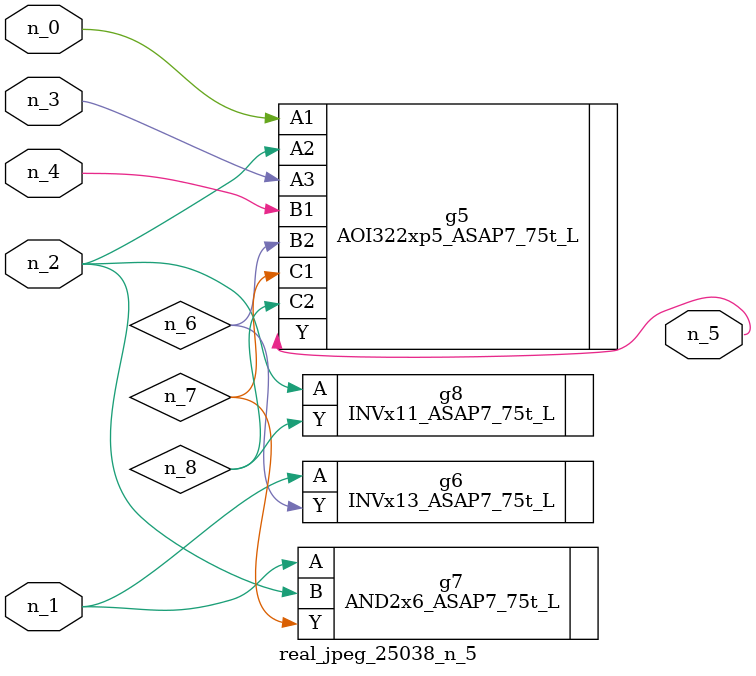
<source format=v>
module real_jpeg_25038_n_5 (n_4, n_0, n_1, n_2, n_3, n_5);

input n_4;
input n_0;
input n_1;
input n_2;
input n_3;

output n_5;

wire n_8;
wire n_6;
wire n_7;

AOI322xp5_ASAP7_75t_L g5 ( 
.A1(n_0),
.A2(n_2),
.A3(n_3),
.B1(n_4),
.B2(n_6),
.C1(n_7),
.C2(n_8),
.Y(n_5)
);

INVx13_ASAP7_75t_L g6 ( 
.A(n_1),
.Y(n_6)
);

AND2x6_ASAP7_75t_L g7 ( 
.A(n_1),
.B(n_2),
.Y(n_7)
);

INVx11_ASAP7_75t_L g8 ( 
.A(n_2),
.Y(n_8)
);


endmodule
</source>
